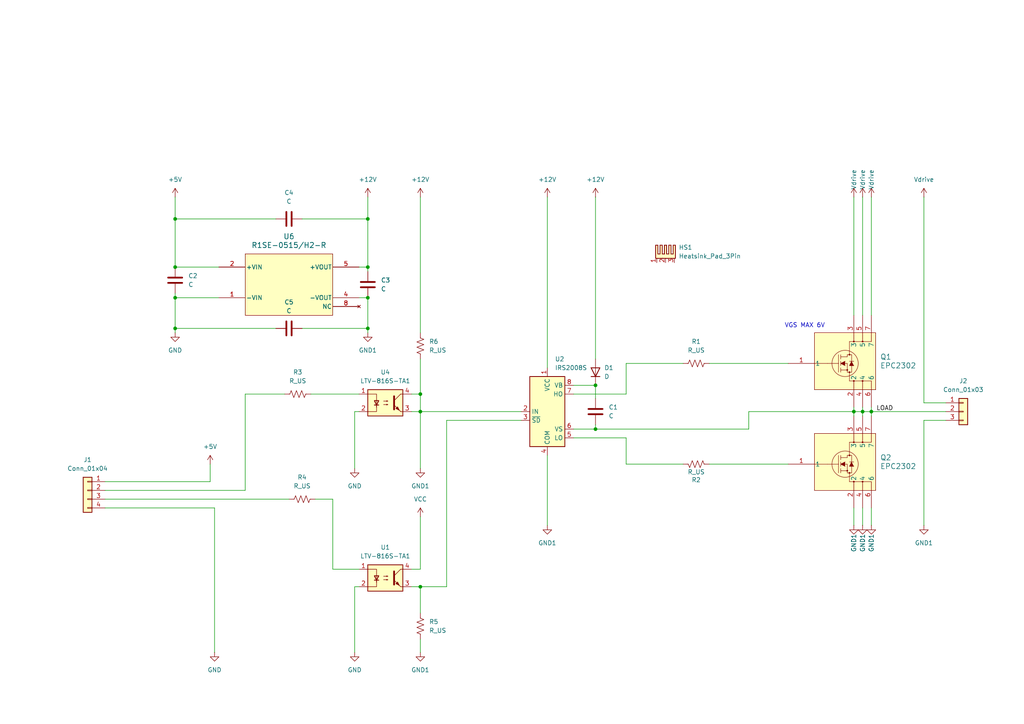
<source format=kicad_sch>
(kicad_sch (version 20231120) (generator "eeschema") (generator_version "8.0")
  (paper "A4")
  (lib_symbols
    (symbol "2024-12-30_01-22-42:EPC2302" (pin_names (offset 0.254))
      (property "Reference" "Q" (at -5.08 14.224 0))
      (property "Value" "EPC2302" (at -2.032 5.842 0))
      (symbol "EPC2302_0_1"
        (polyline (pts (xy 7.62 -3.81) (xy 11.43 -3.81)) (stroke (width 0.127)))
        (polyline (pts (xy 11.43 -3.81) (xy 14.605 -3.81)) (stroke (width 0.127)))
        (polyline (pts (xy 14.605 -6.35) (xy 14.605 -1.27)) (stroke (width 0.127)))
        (polyline (pts (xy 15.24 -6.35) (xy 15.24 -5.08)) (stroke (width 0.127)))
        (polyline (pts (xy 15.24 -5.715) (xy 17.145 -5.715)) (stroke (width 0.127)))
        (polyline (pts (xy 15.24 -4.445) (xy 15.24 -3.175)) (stroke (width 0.127)))
        (polyline (pts (xy 15.24 -2.54) (xy 15.24 -1.27)) (stroke (width 0.127)))
        (polyline (pts (xy 15.24 -1.905) (xy 17.145 -1.905)) (stroke (width 0.127)))
        (polyline (pts (xy 16.51 -3.81) (xy 17.145 -3.81)) (stroke (width 0.127)))
        (polyline (pts (xy 17.145 -6.35) (xy 17.145 -3.81)) (stroke (width 0.127)))
        (polyline (pts (xy 17.145 -6.35) (xy 18.415 -6.35)) (stroke (width 0.127)))
        (polyline (pts (xy 17.145 -1.905) (xy 17.145 -1.27)) (stroke (width 0.127)))
        (polyline (pts (xy 17.145 -1.27) (xy 18.415 -1.27)) (stroke (width 0.127)))
        (polyline (pts (xy 17.78 -8.89) (xy 17.78 -6.35)) (stroke (width 0.127)))
        (polyline (pts (xy 17.78 2.54) (xy 17.78 -1.27)) (stroke (width 0.127)))
        (polyline (pts (xy 18.415 -6.35) (xy 18.415 -4.445)) (stroke (width 0.127)))
        (polyline (pts (xy 18.415 -3.175) (xy 18.415 -1.27)) (stroke (width 0.127)))
        (polyline (pts (xy 19.05 -3.175) (xy 17.78 -3.175)) (stroke (width 0.127)))
        (polyline (pts (xy 22.86 0) (xy 22.86 0)) (stroke (width 0.127)))
        (polyline (pts (xy 24.13 -8.89) (xy 17.78 -8.89)) (stroke (width 0.127)))
        (polyline (pts (xy 24.13 2.54) (xy 17.78 2.54)) (stroke (width 0.127)))
        (polyline (pts (xy 16.51 -3.175) (xy 15.24 -3.81) (xy 16.51 -4.445)) (fill (type outline)))
        (polyline (pts (xy 19.05 -4.445) (xy 17.78 -4.445) (xy 18.415 -3.175)) (fill (type outline)))
        (circle (center 16.51 -3.81) (radius 3.81) (stroke (width 0.127)))
        (circle (center 17.145 -5.715) (radius 0.127) (stroke (width 0.254)))
        (circle (center 17.78 -6.35) (radius 0.127) (stroke (width 0.254)))
        (circle (center 17.78 -1.27) (radius 0.127) (stroke (width 0.254)))
        (circle (center 19.05 -8.89) (radius 0.127) (stroke (width 0.254)))
        (circle (center 19.05 2.54) (radius 0.127) (stroke (width 0.254)))
        (circle (center 21.59 -8.89) (radius 0.127) (stroke (width 0.254)))
        (circle (center 21.59 2.54) (radius 0.127) (stroke (width 0.254)))
        (pin unspecified line (at 0 -3.81 0) (length 7.62) (name "1") (number "1"))
        (pin unspecified line (at 19.05 -16.51 90) (length 7.62) (name "2") (number "2"))
        (pin unspecified line (at 19.05 10.16 270) (length 7.62) (name "3") (number "3"))
        (pin unspecified line (at 21.59 -16.51 90) (length 7.62) (name "4") (number "4"))
        (pin unspecified line (at 21.59 10.16 270) (length 7.62) (name "5") (number "5"))
        (pin unspecified line (at 24.13 -16.51 90) (length 7.62) (name "6") (number "6"))
        (pin unspecified line (at 24.13 10.16 270) (length 7.62) (name "7") (number "7"))
      )
      (symbol "EPC2302_1_1"
        (rectangle (start 7.62 5.08) (end 25.4 -11.43) (fill (type background)))
      )
    )
    (symbol "Connector_Generic:Conn_01x03" (pin_names (offset 1.016) hide)
      (property "Reference" "J" (at 0 5.08 0))
      (property "Value" "Conn_01x03" (at 0 -5.08 0))
      (symbol "Conn_01x03_1_1"
        (rectangle (start -1.27 -2.413) (end 0 -2.667) (stroke (width 0.1524)))
        (rectangle (start -1.27 0.127) (end 0 -0.127) (stroke (width 0.1524)))
        (rectangle (start -1.27 2.667) (end 0 2.413) (stroke (width 0.1524)))
        (rectangle (start -1.27 3.81) (end 1.27 -3.81) (stroke (width 0.254)) (fill (type background)))
        (pin passive line (at -5.08 2.54 0) (length 3.81) (name "Pin_1") (number "1"))
        (pin passive line (at -5.08 0 0) (length 3.81) (name "Pin_2") (number "2"))
        (pin passive line (at -5.08 -2.54 0) (length 3.81) (name "Pin_3") (number "3"))
      )
    )
    (symbol "Connector_Generic:Conn_01x04" (pin_names (offset 1.016) hide)
      (property "Reference" "J" (at 0 5.08 0))
      (property "Value" "Conn_01x04" (at 0 -7.62 0))
      (symbol "Conn_01x04_1_1"
        (rectangle (start -1.27 -4.953) (end 0 -5.207) (stroke (width 0.1524)))
        (rectangle (start -1.27 -2.413) (end 0 -2.667) (stroke (width 0.1524)))
        (rectangle (start -1.27 0.127) (end 0 -0.127) (stroke (width 0.1524)))
        (rectangle (start -1.27 2.667) (end 0 2.413) (stroke (width 0.1524)))
        (rectangle (start -1.27 3.81) (end 1.27 -6.35) (stroke (width 0.254)) (fill (type background)))
        (pin passive line (at -5.08 2.54 0) (length 3.81) (name "Pin_1") (number "1"))
        (pin passive line (at -5.08 0 0) (length 3.81) (name "Pin_2") (number "2"))
        (pin passive line (at -5.08 -2.54 0) (length 3.81) (name "Pin_3") (number "3"))
        (pin passive line (at -5.08 -5.08 0) (length 3.81) (name "Pin_4") (number "4"))
      )
    )
    (symbol "Device:C" (pin_numbers hide) (pin_names (offset 0.254))
      (property "Reference" "C" (at 0.635 2.54 0))
      (property "Value" "C" (at 0.635 -2.54 0))
      (symbol "C_0_1"
        (polyline (pts (xy -2.032 -0.762) (xy 2.032 -0.762)) (stroke (width 0.508)))
        (polyline (pts (xy -2.032 0.762) (xy 2.032 0.762)) (stroke (width 0.508)))
      )
      (symbol "C_1_1"
        (pin passive line (at 0 3.81 270) (length 2.794) (name "~") (number "1"))
        (pin passive line (at 0 -3.81 90) (length 2.794) (name "~") (number "2"))
      )
    )
    (symbol "Device:D" (pin_numbers hide) (pin_names (offset 1.016) hide)
      (property "Reference" "D" (at 0 2.54 0))
      (property "Value" "D" (at 0 -2.54 0))
      (symbol "D_0_1"
        (polyline (pts (xy -1.27 1.27) (xy -1.27 -1.27)) (stroke (width 0.254)))
        (polyline (pts (xy 1.27 0) (xy -1.27 0)))
        (polyline (pts (xy 1.27 1.27) (xy 1.27 -1.27) (xy -1.27 0) (xy 1.27 1.27)) (stroke (width 0.254)))
      )
      (symbol "D_1_1"
        (pin passive line (at -3.81 0 0) (length 2.54) (name "K") (number "1"))
        (pin passive line (at 3.81 0 180) (length 2.54) (name "A") (number "2"))
      )
    )
    (symbol "Device:R_US" (pin_numbers hide) (pin_names (offset 0))
      (property "Reference" "R" (at 2.54 0 90))
      (property "Value" "R_US" (at -2.54 0 90))
      (symbol "R_US_0_1"
        (polyline (pts (xy 0 -2.286) (xy 0 -2.54)))
        (polyline (pts (xy 0 2.286) (xy 0 2.54)))
        (polyline (pts (xy 0 -0.762) (xy 1.016 -1.143) (xy 0 -1.524) (xy -1.016 -1.905) (xy 0 -2.286)))
        (polyline (pts (xy 0 0.762) (xy 1.016 0.381) (xy 0 0) (xy -1.016 -0.381) (xy 0 -0.762)))
        (polyline (pts (xy 0 2.286) (xy 1.016 1.905) (xy 0 1.524) (xy -1.016 1.143) (xy 0 0.762)))
      )
      (symbol "R_US_1_1"
        (pin passive line (at 0 3.81 270) (length 1.27) (name "~") (number "1"))
        (pin passive line (at 0 -3.81 90) (length 1.27) (name "~") (number "2"))
      )
    )
    (symbol "Driver_FET:HCPL-314J" (pin_names hide)
      (property "Reference" "U" (at 0 12.7 0))
      (property "Value" "HCPL-314J" (at 0 10.16 0))
      (symbol "HCPL-314J_0_1"
        (rectangle (start -7.62 8.89) (end 7.62 -8.89) (stroke (width 0.254)) (fill (type background)))
        (polyline (pts (xy -5.715 -0.635) (xy -4.445 -0.635)) (stroke (width 0.254)))
        (polyline (pts (xy -0.635 0.635) (xy -1.905 0.635)) (stroke (width 0.254)))
        (polyline (pts (xy 3.048 -3.81) (xy 1.27 -3.81)))
        (polyline (pts (xy 3.048 3.81) (xy 1.27 3.81)))
        (polyline (pts (xy 3.175 -4.445) (xy 5.08 -6.35)))
        (polyline (pts (xy 3.175 4.445) (xy 5.08 6.35)))
        (polyline (pts (xy 5.08 -6.35) (xy 5.08 -7.62)))
        (polyline (pts (xy 5.08 -1.27) (xy 3.175 -3.175)) (fill (type outline)))
        (polyline (pts (xy 5.08 0) (xy 7.62 0)))
        (polyline (pts (xy 5.08 1.27) (xy 3.175 3.175)) (fill (type outline)))
        (polyline (pts (xy 5.08 6.35) (xy 5.08 7.62)))
        (polyline (pts (xy 7.62 7.62) (xy 0.635 7.62)))
        (polyline (pts (xy -1.27 -0.635) (xy -1.27 -2.54) (xy 0 -2.54)))
        (polyline (pts (xy -1.27 0.635) (xy -1.27 2.54) (xy 0 2.54)))
        (polyline (pts (xy 0.635 -6.35) (xy 0.635 -7.62) (xy 7.62 -7.62)))
        (polyline (pts (xy 3.175 -5.715) (xy 3.175 -1.905) (xy 3.175 -1.905)) (stroke (width 0.508)))
        (polyline (pts (xy 3.175 5.715) (xy 3.175 1.905) (xy 3.175 1.905)) (stroke (width 0.508)))
        (polyline (pts (xy -7.62 7.62) (xy -5.08 7.62) (xy -5.08 -7.62) (xy -7.62 -7.62)))
        (polyline (pts (xy -5.08 -0.635) (xy -5.715 0.635) (xy -4.445 0.635) (xy -5.08 -0.635)) (stroke (width 0.254)) (fill (type outline)))
        (polyline (pts (xy -1.27 0.635) (xy -0.635 -0.635) (xy -1.905 -0.635) (xy -1.27 0.635)) (stroke (width 0.254)) (fill (type outline)))
        (polyline (pts (xy -3.81 -0.508) (xy -2.54 -0.508) (xy -2.921 -0.635) (xy -2.921 -0.381) (xy -2.54 -0.508)))
        (polyline (pts (xy -3.81 0.508) (xy -2.54 0.508) (xy -2.921 0.381) (xy -2.921 0.635) (xy -2.54 0.508)))
        (polyline (pts (xy 1.27 6.35) (xy 1.27 -6.35) (xy 0 -6.35) (xy 0 6.35) (xy 1.27 6.35)))
        (polyline (pts (xy 3.683 2.159) (xy 4.191 2.667) (xy 4.699 1.651) (xy 3.683 2.159) (xy 3.683 2.159)) (fill (type outline)))
        (polyline (pts (xy 4.953 -1.905) (xy 4.445 -1.397) (xy 3.937 -2.413) (xy 4.953 -1.905) (xy 4.953 -1.905)) (fill (type outline)))
        (rectangle (start 0.635 6.35) (end 0.635 6.35))
        (rectangle (start 0.635 6.35) (end 0.635 7.62))
        (circle (center 5.08 -7.62) (radius 0.254) (fill (type outline)))
        (circle (center 5.08 0) (radius 0.254) (fill (type outline)))
        (rectangle (start 5.08 1.27) (end 5.08 -1.27))
        (circle (center 5.08 7.62) (radius 0.254) (fill (type outline)))
      )
      (symbol "HCPL-314J_1_1"
        (pin no_connect line (at -7.62 0 0) (length 2.54) hide (name "NC") (number "1"))
        (pin power_in line (at 10.16 -7.62 180) (length 2.54) (name "VEE") (number "14"))
        (pin output line (at 10.16 0 180) (length 2.54) (name "VO") (number "15"))
        (pin power_in line (at 10.16 7.62 180) (length 2.54) (name "VCC") (number "16"))
        (pin passive line (at -10.16 7.62 0) (length 2.54) (name "A") (number "2"))
        (pin passive line (at -10.16 -7.62 0) (length 2.54) (name "C") (number "3"))
      )
      (symbol "HCPL-314J_2_1"
        (pin output line (at 10.16 0 180) (length 2.54) (name "VO") (number "10"))
        (pin power_in line (at 10.16 7.62 180) (length 2.54) (name "VCC") (number "11"))
        (pin passive line (at -10.16 7.62 0) (length 2.54) (name "A") (number "6"))
        (pin passive line (at -10.16 -7.62 0) (length 2.54) (name "C") (number "7"))
        (pin no_connect line (at -7.62 0 0) (length 2.54) hide (name "NC") (number "8"))
        (pin power_in line (at 10.16 -7.62 180) (length 2.54) (name "VEE") (number "9"))
      )
    )
    (symbol "Driver_FET:IRS2008S"
      (property "Reference" "U" (at 1.27 13.335 0))
      (property "Value" "IRS2008S" (at 1.27 11.43 0))
      (symbol "IRS2008S_0_1"
        (rectangle (start -5.08 -10.16) (end 5.08 10.16) (stroke (width 0.254)) (fill (type background)))
      )
      (symbol "IRS2008S_1_1"
        (pin power_in line (at 0 12.7 270) (length 2.54) (name "VCC") (number "1"))
        (pin input line (at -7.62 0 0) (length 2.54) (name "IN") (number "2"))
        (pin input line (at -7.62 -2.54 0) (length 2.54) (name "~{SD}") (number "3"))
        (pin power_in line (at 0 -12.7 90) (length 2.54) (name "COM") (number "4"))
        (pin output line (at 7.62 -7.62 180) (length 2.54) (name "LO") (number "5"))
        (pin passive line (at 7.62 -5.08 180) (length 2.54) (name "VS") (number "6"))
        (pin output line (at 7.62 5.08 180) (length 2.54) (name "HO") (number "7"))
        (pin passive line (at 7.62 7.62 180) (length 2.54) (name "VB") (number "8"))
      )
    )
    (symbol "Isolator:SFH617A-1X007T" (pin_names (offset 1.016))
      (property "Reference" "U" (at -5.08 6.35 0))
      (property "Value" "SFH617A-1X007T" (at -5.08 -6.35 0))
      (symbol "SFH617A-1X007T_0_1"
        (rectangle (start -5.08 3.81) (end 5.08 -3.81) (stroke (width 0.254)) (fill (type background)))
        (polyline (pts (xy -3.175 -0.635) (xy -1.905 -0.635)) (stroke (width 0.254)))
        (polyline (pts (xy 2.54 0.635) (xy 4.445 2.54)))
        (polyline (pts (xy 4.445 -2.54) (xy 2.54 -0.635)) (fill (type outline)))
        (polyline (pts (xy 4.445 -2.54) (xy 5.08 -2.54)))
        (polyline (pts (xy 4.445 2.54) (xy 5.08 2.54)))
        (polyline (pts (xy -2.54 -0.635) (xy -2.54 -2.54) (xy -5.08 -2.54)))
        (polyline (pts (xy 2.54 1.905) (xy 2.54 -1.905) (xy 2.54 -1.905)) (stroke (width 0.508)))
        (polyline (pts (xy -5.08 2.54) (xy -2.54 2.54) (xy -2.54 -1.27) (xy -2.54 0.635)))
        (polyline (pts (xy -2.54 -0.635) (xy -3.175 0.635) (xy -1.905 0.635) (xy -2.54 -0.635)) (stroke (width 0.254)))
        (polyline (pts (xy -0.508 -0.508) (xy 0.762 -0.508) (xy 0.381 -0.635) (xy 0.381 -0.381) (xy 0.762 -0.508)))
        (polyline (pts (xy -0.508 0.508) (xy 0.762 0.508) (xy 0.381 0.381) (xy 0.381 0.635) (xy 0.762 0.508)))
        (polyline (pts (xy 3.048 -1.651) (xy 3.556 -1.143) (xy 4.064 -2.159) (xy 3.048 -1.651) (xy 3.048 -1.651)) (fill (type outline)))
      )
      (symbol "SFH617A-1X007T_1_1"
        (pin passive line (at -7.62 2.54 0) (length 2.54) (name "~") (number "1"))
        (pin passive line (at -7.62 -2.54 0) (length 2.54) (name "~") (number "2"))
        (pin passive line (at 7.62 -2.54 180) (length 2.54) (name "~") (number "3"))
        (pin passive line (at 7.62 2.54 180) (length 2.54) (name "~") (number "4"))
      )
    )
    (symbol "Mechanical:Heatsink_Pad_3Pin" (pin_names (offset 0)) (exclude_from_sim yes)
      (property "Reference" "HS" (at 0 5.715 0))
      (property "Value" "Heatsink_Pad_3Pin" (at 0 3.81 0))
      (symbol "Heatsink_Pad_3Pin_0_1"
        (polyline (pts (xy -0.3302 0) (xy -0.9652 0) (xy -0.9652 2.54) (xy -1.6002 2.54) (xy -1.6002 0) (xy -2.2352 0) (xy -2.2352 2.54) (xy -2.8702 2.54) (xy -2.8702 -1.27) (xy -0.9652 -1.27)) (stroke (width 0.254)) (fill (type background)))
        (polyline (pts (xy -0.3302 0) (xy -0.3302 2.54) (xy 0.3048 2.54) (xy 0.3048 0) (xy 0.9398 0) (xy 0.9398 2.54) (xy 1.5748 2.54) (xy 1.5748 0) (xy 2.2098 0) (xy 2.2098 2.54) (xy 2.8448 2.54) (xy 2.8448 -1.27) (xy -0.9652 -1.27)) (stroke (width 0.254)) (fill (type background)))
      )
      (symbol "Heatsink_Pad_3Pin_1_1"
        (pin passive line (at -2.54 -2.54 90) (length 1.27) (name "~") (number "1"))
        (pin passive line (at 0 -2.54 90) (length 1.27) (name "~") (number "2"))
        (pin passive line (at 2.54 -2.54 90) (length 1.27) (name "~") (number "3"))
      )
    )
    (symbol "R1SE-0515_H2-R:R1SE-0515_H2-R" (pin_names (offset 0.254))
      (property "Reference" "U" (at 20.32 10.16 0))
      (property "Value" "R1SE-0515/H2-R" (at 20.32 7.62 0))
      (symbol "R1SE-0515_H2-R_0_1"
        (pin power_in line (at 0 -12.7 0) (length 7.62) (name "-VIN") (number "1"))
        (pin power_in line (at 0 -3.81 0) (length 7.62) (name "+VIN") (number "2"))
        (pin output line (at 40.64 -12.7 180) (length 7.62) (name "-VOUT") (number "4"))
        (pin output line (at 40.64 -3.81 180) (length 7.62) (name "+VOUT") (number "5"))
        (pin no_connect line (at 40.64 -15.24 180) (length 7.62) (name "NC") (number "8"))
      )
      (symbol "R1SE-0515_H2-R_1_1"
        (rectangle (start 7.62 0) (end 33.02 -17.78) (fill (type background)))
      )
    )
    (symbol "power:+12V" (power) (pin_numbers hide) (pin_names (offset 0) hide)
      (property "Value" "+12V" (at 0 3.556 0))
      (symbol "+12V_0_1"
        (polyline (pts (xy -0.762 1.27) (xy 0 2.54)))
        (polyline (pts (xy 0 0) (xy 0 2.54)))
        (polyline (pts (xy 0 2.54) (xy 0.762 1.27)))
      )
      (symbol "+12V_1_1"
        (pin power_in line (at 0 0 90) (length 0) (name "~") (number "1"))
      )
    )
    (symbol "power:+5V" (power) (pin_numbers hide) (pin_names (offset 0) hide)
      (property "Value" "+5V" (at 0 3.556 0))
      (symbol "+5V_0_1"
        (polyline (pts (xy -0.762 1.27) (xy 0 2.54)))
        (polyline (pts (xy 0 0) (xy 0 2.54)))
        (polyline (pts (xy 0 2.54) (xy 0.762 1.27)))
      )
      (symbol "+5V_1_1"
        (pin power_in line (at 0 0 90) (length 0) (name "~") (number "1"))
      )
    )
    (symbol "power:GND" (power) (pin_numbers hide) (pin_names (offset 0) hide)
      (property "Value" "GND" (at 0 -3.81 0))
      (symbol "GND_0_1"
        (polyline (pts (xy 0 0) (xy 0 -1.27) (xy 1.27 -1.27) (xy 0 -2.54) (xy -1.27 -1.27) (xy 0 -1.27)))
      )
      (symbol "GND_1_1"
        (pin power_in line (at 0 0 270) (length 0) (name "~") (number "1"))
      )
    )
    (symbol "power:GND1" (power) (pin_numbers hide) (pin_names (offset 0) hide)
      (property "Value" "GND1" (at 0 -3.81 0))
      (symbol "GND1_0_1"
        (polyline (pts (xy 0 0) (xy 0 -1.27) (xy 1.27 -1.27) (xy 0 -2.54) (xy -1.27 -1.27) (xy 0 -1.27)))
      )
      (symbol "GND1_1_1"
        (pin power_in line (at 0 0 270) (length 0) (name "~") (number "1"))
      )
    )
    (symbol "power:VCC" (power) (pin_numbers hide) (pin_names (offset 0) hide)
      (property "Value" "VCC" (at 0 3.556 0))
      (symbol "VCC_0_1"
        (polyline (pts (xy -0.762 1.27) (xy 0 2.54)))
        (polyline (pts (xy 0 0) (xy 0 2.54)))
        (polyline (pts (xy 0 2.54) (xy 0.762 1.27)))
      )
      (symbol "VCC_1_1"
        (pin power_in line (at 0 0 90) (length 0) (name "~") (number "1"))
      )
    )
    (symbol "power:Vdrive" (power) (pin_numbers hide) (pin_names (offset 0) hide)
      (property "Value" "Vdrive" (at 0 3.556 0))
      (symbol "Vdrive_0_1"
        (polyline (pts (xy -0.762 1.27) (xy 0 2.54)))
        (polyline (pts (xy 0 0) (xy 0 2.54)))
        (polyline (pts (xy 0 2.54) (xy 0.762 1.27)))
      )
      (symbol "Vdrive_1_1"
        (pin power_in line (at 0 0 90) (length 0) (name "~") (number "1"))
      )
    )
  )
  (junction (at 172.72 124.46))
  (junction (at 250.19 119.38))
  (junction (at 121.92 170.18))
  (junction (at 172.72 111.76))
  (junction (at 121.92 114.3))
  (junction (at 106.68 63.5))
  (junction (at 50.8 95.25))
  (junction (at 247.65 119.38))
  (junction (at 106.68 95.25))
  (junction (at 106.68 77.47))
  (junction (at 106.68 86.36))
  (junction (at 50.8 86.36))
  (junction (at 252.73 119.38))
  (junction (at 50.8 63.5))
  (junction (at 50.8 77.47))
  (junction (at 121.92 119.38))
  (wire (pts (xy 250.19 57.15) (xy 250.19 91.44)))
  (wire (pts (xy 71.12 142.24) (xy 71.12 114.3)))
  (wire (pts (xy 104.14 165.1) (xy 96.52 165.1)))
  (wire (pts (xy 121.92 185.42) (xy 121.92 189.23)))
  (wire (pts (xy 50.8 77.47) (xy 63.5 77.47)))
  (wire (pts (xy 205.74 134.62) (xy 228.6 134.62)))
  (wire (pts (xy 104.14 77.47) (xy 106.68 77.47)))
  (wire (pts (xy 166.37 127) (xy 181.61 127)))
  (wire (pts (xy 50.8 86.36) (xy 63.5 86.36)))
  (wire (pts (xy 247.65 119.38) (xy 247.65 118.11)))
  (wire (pts (xy 267.97 116.84) (xy 274.32 116.84)))
  (wire (pts (xy 274.32 121.92) (xy 267.97 121.92)))
  (wire (pts (xy 62.23 147.32) (xy 30.48 147.32)))
  (wire (pts (xy 252.73 119.38) (xy 252.73 120.65)))
  (wire (pts (xy 166.37 114.3) (xy 181.61 114.3)))
  (wire (pts (xy 129.54 121.92) (xy 129.54 170.18)))
  (wire (pts (xy 50.8 96.52) (xy 50.8 95.25)))
  (wire (pts (xy 62.23 189.23) (xy 62.23 147.32)))
  (wire (pts (xy 252.73 119.38) (xy 274.32 119.38)))
  (wire (pts (xy 181.61 114.3) (xy 181.61 105.41)))
  (wire (pts (xy 30.48 139.7) (xy 60.96 139.7)))
  (wire (pts (xy 247.65 57.15) (xy 247.65 91.44)))
  (wire (pts (xy 158.75 152.4) (xy 158.75 132.08)))
  (wire (pts (xy 172.72 124.46) (xy 217.17 124.46)))
  (wire (pts (xy 102.87 135.89) (xy 102.87 119.38)))
  (wire (pts (xy 250.19 119.38) (xy 252.73 119.38)))
  (wire (pts (xy 181.61 134.62) (xy 198.12 134.62)))
  (wire (pts (xy 96.52 165.1) (xy 96.52 144.78)))
  (wire (pts (xy 250.19 147.32) (xy 250.19 152.4)))
  (wire (pts (xy 181.61 134.62) (xy 181.61 127)))
  (wire (pts (xy 217.17 119.38) (xy 247.65 119.38)))
  (wire (pts (xy 205.74 105.41) (xy 228.6 105.41)))
  (wire (pts (xy 50.8 95.25) (xy 80.01 95.25)))
  (wire (pts (xy 217.17 119.38) (xy 217.17 124.46)))
  (wire (pts (xy 87.63 63.5) (xy 106.68 63.5)))
  (wire (pts (xy 121.92 170.18) (xy 121.92 177.8)))
  (wire (pts (xy 106.68 86.36) (xy 104.14 86.36)))
  (wire (pts (xy 121.92 135.89) (xy 121.92 119.38)))
  (wire (pts (xy 102.87 170.18) (xy 104.14 170.18)))
  (wire (pts (xy 30.48 142.24) (xy 71.12 142.24)))
  (wire (pts (xy 121.92 119.38) (xy 151.13 119.38)))
  (wire (pts (xy 106.68 63.5) (xy 106.68 77.47)))
  (wire (pts (xy 71.12 114.3) (xy 82.55 114.3)))
  (wire (pts (xy 50.8 85.09) (xy 50.8 86.36)))
  (wire (pts (xy 121.92 149.86) (xy 121.92 165.1)))
  (wire (pts (xy 121.92 104.14) (xy 121.92 114.3)))
  (wire (pts (xy 106.68 78.74) (xy 106.68 77.47)))
  (wire (pts (xy 87.63 95.25) (xy 106.68 95.25)))
  (wire (pts (xy 50.8 57.15) (xy 50.8 63.5)))
  (wire (pts (xy 102.87 189.23) (xy 102.87 170.18)))
  (wire (pts (xy 80.01 63.5) (xy 50.8 63.5)))
  (wire (pts (xy 267.97 57.15) (xy 267.97 116.84)))
  (wire (pts (xy 50.8 86.36) (xy 50.8 95.25)))
  (wire (pts (xy 119.38 165.1) (xy 121.92 165.1)))
  (wire (pts (xy 60.96 139.7) (xy 60.96 134.62)))
  (wire (pts (xy 106.68 96.52) (xy 106.68 95.25)))
  (wire (pts (xy 247.65 119.38) (xy 250.19 119.38)))
  (wire (pts (xy 252.73 147.32) (xy 252.73 152.4)))
  (wire (pts (xy 102.87 119.38) (xy 104.14 119.38)))
  (wire (pts (xy 119.38 114.3) (xy 121.92 114.3)))
  (wire (pts (xy 121.92 119.38) (xy 121.92 114.3)))
  (wire (pts (xy 121.92 57.15) (xy 121.92 96.52)))
  (wire (pts (xy 172.72 124.46) (xy 172.72 123.19)))
  (wire (pts (xy 106.68 95.25) (xy 106.68 86.36)))
  (wire (pts (xy 172.72 57.15) (xy 172.72 104.14)))
  (wire (pts (xy 250.19 118.11) (xy 250.19 119.38)))
  (wire (pts (xy 129.54 170.18) (xy 121.92 170.18)))
  (wire (pts (xy 158.75 57.15) (xy 158.75 106.68)))
  (wire (pts (xy 172.72 111.76) (xy 166.37 111.76)))
  (wire (pts (xy 250.19 119.38) (xy 250.19 120.65)))
  (wire (pts (xy 106.68 57.15) (xy 106.68 63.5)))
  (wire (pts (xy 267.97 121.92) (xy 267.97 152.4)))
  (wire (pts (xy 252.73 118.11) (xy 252.73 119.38)))
  (wire (pts (xy 252.73 57.15) (xy 252.73 91.44)))
  (wire (pts (xy 172.72 115.57) (xy 172.72 111.76)))
  (wire (pts (xy 181.61 105.41) (xy 198.12 105.41)))
  (wire (pts (xy 96.52 144.78) (xy 91.44 144.78)))
  (wire (pts (xy 30.48 144.78) (xy 83.82 144.78)))
  (wire (pts (xy 121.92 119.38) (xy 119.38 119.38)))
  (wire (pts (xy 247.65 119.38) (xy 247.65 120.65)))
  (wire (pts (xy 90.17 114.3) (xy 104.14 114.3)))
  (wire (pts (xy 121.92 170.18) (xy 119.38 170.18)))
  (wire (pts (xy 247.65 147.32) (xy 247.65 152.4)))
  (wire (pts (xy 50.8 63.5) (xy 50.8 77.47)))
  (wire (pts (xy 129.54 121.92) (xy 151.13 121.92)))
  (wire (pts (xy 172.72 124.46) (xy 166.37 124.46)))
  (text "VGS MAX 6V\n" (at 233.426 94.488 0) (effects (font (size 1.27 1.27))))
  (label "LOAD" (at 259.08 119.38 180))
  (symbol (lib_id "power:GND1") (at 247.65 152.4 0) (mirror y) (unit 1)
    (property "Reference" "#PWR021" (effects (hide yes)))
    (property "Value" "GND1" (at 247.65 157.48 90))
    (property "Description" "Power symbol creates a global label with name \"GND1\" , ground" (effects (hide yes)))
  )
  (symbol (lib_id "2024-12-30_01-22-42:EPC2302") (at 228.6 101.6 0) (unit 1)
    (property "Reference" "Q1" (at 255.27 103.5049 0) (effects (font (size 1.524 1.524)) (justify left)))
    (property "Value" "EPC2302" (at 255.27 106.0449 0) (effects (font (size 1.524 1.524)) (justify left)))
    (property "Footprint" "footprints:EPC2302ENGRT_ECC" (effects (hide yes)))
    (property "Datasheet" "EPC2302" (effects (hide yes)))
  )
  (symbol (lib_id "R1SE-0515_H2-R:R1SE-0515_H2-R") (at 63.5 73.66 0) (unit 1)
    (property "Reference" "U6" (at 83.82 68.58 0) (effects (font (size 1.524 1.524))))
    (property "Value" "R1SE-0515/H2-R" (at 83.82 71.12 0) (effects (font (size 1.524 1.524))))
    (property "Footprint" "footprints:SMD5_12.75X10.7X6.7_SINGLE_RCP-M" (effects (hide yes)))
    (property "Datasheet" "R1SE-0515/H2-R" (effects (hide yes)))
  )
  (symbol (lib_id "power:GND1") (at 158.75 152.4 0) (unit 1)
    (property "Reference" "#PWR06" (effects (hide yes)))
    (property "Value" "GND1" (at 158.75 157.48 0))
    (property "Description" "Power symbol creates a global label with name \"GND1\" , ground" (effects (hide yes)))
  )
  (symbol (lib_id "power:+12V") (at 106.68 57.15 0) (unit 1)
    (property "Reference" "#PWR016" (effects (hide yes)))
    (property "Value" "+12V" (at 106.68 52.07 0))
    (property "Description" "Power symbol creates a global label with name \"+12V\"" (effects (hide yes)))
  )
  (symbol (lib_id "power:GND") (at 50.8 96.52 0) (unit 1)
    (property "Reference" "#PWR015" (effects (hide yes)))
    (property "Value" "GND" (at 50.8 101.6 0))
    (property "Description" "Power symbol creates a global label with name \"GND\" , ground" (effects (hide yes)))
  )
  (symbol (lib_id "power:Vdrive") (at 250.19 57.15 0) (unit 1)
    (property "Reference" "#PWR08" (effects (hide yes)))
    (property "Value" "Vdrive" (at 250.19 52.07 90))
    (property "Description" "Power symbol creates a global label with name \"Vdrive\"" (effects (hide yes)))
  )
  (symbol (lib_id "power:+5V") (at 50.8 57.15 0) (unit 1)
    (property "Reference" "#PWR018" (effects (hide yes)))
    (property "Value" "+5V" (at 50.8 52.07 0))
    (property "Description" "Power symbol creates a global label with name \"+5V\"" (effects (hide yes)))
  )
  (symbol (lib_id "power:GND1") (at 250.19 152.4 0) (mirror y) (unit 1)
    (property "Reference" "#PWR022" (effects (hide yes)))
    (property "Value" "GND1" (at 250.19 157.48 90))
    (property "Description" "Power symbol creates a global label with name \"GND1\" , ground" (effects (hide yes)))
  )
  (symbol (lib_id "power:GND1") (at 267.97 152.4 0) (mirror y) (unit 1)
    (property "Reference" "#PWR014" (effects (hide yes)))
    (property "Value" "GND1" (at 267.97 157.48 0))
    (property "Description" "Power symbol creates a global label with name \"GND1\" , ground" (effects (hide yes)))
  )
  (symbol (lib_id "power:GND") (at 62.23 189.23 0) (unit 1)
    (property "Reference" "#PWR012" (effects (hide yes)))
    (property "Value" "GND" (at 62.23 194.31 0))
    (property "Description" "Power symbol creates a global label with name \"GND\" , ground" (effects (hide yes)))
  )
  (symbol (lib_id "power:Vdrive") (at 252.73 57.15 0) (unit 1)
    (property "Reference" "#PWR020" (effects (hide yes)))
    (property "Value" "Vdrive" (at 252.73 52.07 90))
    (property "Description" "Power symbol creates a global label with name \"Vdrive\"" (effects (hide yes)))
  )
  (symbol (lib_id "power:GND1") (at 121.92 189.23 0) (unit 1)
    (property "Reference" "#PWR04" (effects (hide yes)))
    (property "Value" "GND1" (at 121.92 194.31 0))
    (property "Description" "Power symbol creates a global label with name \"GND1\" , ground" (effects (hide yes)))
  )
  (symbol (lib_id "Device:C") (at 172.72 119.38 0) (unit 1)
    (property "Reference" "C1" (at 176.53 118.1099 0) (effects (justify left)))
    (property "Value" "C" (at 176.53 120.6499 0) (effects (justify left)))
    (property "Description" "Unpolarized capacitor" (effects (hide yes)))
  )
  (symbol (lib_id "power:+12V") (at 158.75 57.15 0) (unit 1)
    (property "Reference" "#PWR03" (effects (hide yes)))
    (property "Value" "+12V" (at 158.75 52.07 0))
    (property "Description" "Power symbol creates a global label with name \"+12V\"" (effects (hide yes)))
  )
  (symbol (lib_id "Device:C") (at 106.68 82.55 0) (unit 1)
    (property "Reference" "C3" (at 110.49 81.2799 0) (effects (justify left)))
    (property "Value" "C" (at 110.49 83.8199 0) (effects (justify left)))
    (property "Description" "Unpolarized capacitor" (effects (hide yes)))
  )
  (symbol (lib_id "Device:C") (at 50.8 81.28 0) (unit 1)
    (property "Reference" "C2" (at 54.61 80.0099 0) (effects (justify left)))
    (property "Value" "C" (at 54.61 82.5499 0) (effects (justify left)))
    (property "Description" "Unpolarized capacitor" (effects (hide yes)))
  )
  (symbol (lib_id "power:+12V") (at 121.92 57.15 0) (unit 1)
    (property "Reference" "#PWR011" (effects (hide yes)))
    (property "Value" "+12V" (at 121.92 52.07 0))
    (property "Description" "Power symbol creates a global label with name \"+12V\"" (effects (hide yes)))
  )
  (symbol (lib_id "power:GND") (at 102.87 189.23 0) (unit 1)
    (property "Reference" "#PWR09" (effects (hide yes)))
    (property "Value" "GND" (at 102.87 194.31 0))
    (property "Description" "Power symbol creates a global label with name \"GND\" , ground" (effects (hide yes)))
  )
  (symbol (lib_id "Device:R_US") (at 86.36 114.3 90) (unit 1)
    (property "Reference" "R3" (at 86.36 107.95 90))
    (property "Value" "R_US" (at 86.36 110.49 90))
    (property "Description" "Resistor, US symbol" (effects (hide yes)))
  )
  (symbol (lib_id "Connector_Generic:Conn_01x03") (at 279.4 119.38 0) (unit 1)
    (property "Reference" "J2" (at 279.4 110.49 0))
    (property "Value" "Conn_01x03" (at 279.4 113.03 0))
    (property "Description" "Generic connector, single row, 01x03, script generated (kicad-library-utils/schlib/autogen/connector/)" (effects (hide yes)))
  )
  (symbol (lib_id "power:VCC") (at 121.92 149.86 0) (unit 1)
    (property "Reference" "#PWR05" (effects (hide yes)))
    (property "Value" "VCC" (at 121.92 144.78 0))
    (property "Description" "Power symbol creates a global label with name \"VCC\"" (effects (hide yes)))
  )
  (symbol (lib_id "Device:D") (at 172.72 107.95 90) (unit 1)
    (property "Reference" "D1" (at 175.26 106.6799 90) (effects (justify right)))
    (property "Value" "D" (at 175.26 109.2199 90) (effects (justify right)))
    (property "Description" "Diode" (effects (hide yes)))
    (property "Sim.Device" "D" (effects (hide yes)))
    (property "Sim.Pins" "1=K 2=A" (effects (hide yes)))
  )
  (symbol (lib_id "Isolator:SFH617A-1X007T") (at 111.76 116.84 0) (unit 1)
    (property "Reference" "U4" (at 111.76 107.95 0))
    (property "Value" "LTV-816S-TA1" (at 111.76 110.49 0))
    (property "Footprint" "Package_DIP:SMDIP-4_W9.53mm_Clearance8mm" (effects (hide yes)))
    (property "Datasheet" "http://www.vishay.com/docs/83740/sfh617a.pdf" (effects (hide yes)))
    (property "Description" "Optocoupler, Phototransistor Output, 5300 VRMS, VCEO 70V, CTR% 40-80, -55 to +110 degree Celsius, UL, BSI, FIMKO, cUL, 8mm clearence SMD PDIP-4" (effects (hide yes)))
  )
  (symbol (lib_id "Device:R_US") (at 121.92 181.61 180) (unit 1)
    (property "Reference" "R5" (at 124.46 180.3399 0) (effects (justify right)))
    (property "Value" "R_US" (at 124.46 182.8799 0) (effects (justify right)))
    (property "Description" "Resistor, US symbol" (effects (hide yes)))
  )
  (symbol (lib_id "Device:R_US") (at 201.93 134.62 90) (mirror x) (unit 1)
    (property "Reference" "R2" (at 201.93 139.192 90))
    (property "Value" "R_US" (at 201.93 136.906 90))
    (property "Description" "Resistor, US symbol" (effects (hide yes)))
  )
  (symbol (lib_id "Device:R_US") (at 201.93 105.41 90) (unit 1)
    (property "Reference" "R1" (at 201.93 99.06 90))
    (property "Value" "R_US" (at 201.93 101.6 90))
    (property "Description" "Resistor, US symbol" (effects (hide yes)))
  )
  (symbol (lib_id "Device:C") (at 83.82 63.5 90) (unit 1)
    (property "Reference" "C4" (at 83.82 55.88 90))
    (property "Value" "C" (at 83.82 58.42 90))
    (property "Description" "Unpolarized capacitor" (effects (hide yes)))
  )
  (symbol (lib_id "power:Vdrive") (at 247.65 57.15 0) (unit 1)
    (property "Reference" "#PWR01" (effects (hide yes)))
    (property "Value" "Vdrive" (at 247.65 52.07 90))
    (property "Description" "Power symbol creates a global label with name \"Vdrive\"" (effects (hide yes)))
  )
  (symbol (lib_id "Device:R_US") (at 87.63 144.78 90) (unit 1)
    (property "Reference" "R4" (at 87.63 138.43 90))
    (property "Value" "R_US" (at 87.63 140.97 90))
    (property "Description" "Resistor, US symbol" (effects (hide yes)))
  )
  (symbol (lib_id "Driver_FET:HCPL-314J") (at 151.13 303.53 0) (unit 2)
    (property "Reference" "U3" (at 151.13 289.56 0))
    (property "Value" "HCPL-314J" (at 151.13 292.1 0))
    (property "Footprint" "Package_SO:SOIC-16W-12_7.5x10.3mm_P1.27mm" (effects (hide yes)))
    (property "Datasheet" "https://docs.broadcom.com/docs/AV02-0169EN" (effects (hide yes)))
    (property "Description" "Gate Drive Optocoupler, Output Current 0.4/0.4A, SOIC-16(12)" (effects (hide yes)))
  )
  (symbol (lib_id "Device:C") (at 83.82 95.25 90) (unit 1)
    (property "Reference" "C5" (at 83.82 87.63 90))
    (property "Value" "C" (at 83.82 90.17 90))
    (property "Description" "Unpolarized capacitor" (effects (hide yes)))
  )
  (symbol (lib_id "2024-12-30_01-22-42:EPC2302") (at 228.6 130.81 0) (unit 1)
    (property "Reference" "Q2" (at 255.27 132.7149 0) (effects (font (size 1.524 1.524)) (justify left)))
    (property "Value" "EPC2302" (at 255.27 135.2549 0) (effects (font (size 1.524 1.524)) (justify left)))
    (property "Footprint" "footprints:EPC2302ENGRT_ECC" (effects (hide yes)))
    (property "Datasheet" "EPC2302" (effects (hide yes)))
  )
  (symbol (lib_id "power:+12V") (at 172.72 57.15 0) (unit 1)
    (property "Reference" "#PWR07" (effects (hide yes)))
    (property "Value" "+12V" (at 172.72 52.07 0))
    (property "Description" "Power symbol creates a global label with name \"+12V\"" (effects (hide yes)))
  )
  (symbol (lib_id "Isolator:SFH617A-1X007T") (at 111.76 167.64 0) (unit 1)
    (property "Reference" "U1" (at 111.76 158.75 0))
    (property "Value" "LTV-816S-TA1" (at 111.76 161.29 0))
    (property "Footprint" "Package_DIP:SMDIP-4_W9.53mm_Clearance8mm" (effects (hide yes)))
    (property "Datasheet" "http://www.vishay.com/docs/83740/sfh617a.pdf" (effects (hide yes)))
    (property "Description" "Optocoupler, Phototransistor Output, 5300 VRMS, VCEO 70V, CTR% 40-80, -55 to +110 degree Celsius, UL, BSI, FIMKO, cUL, 8mm clearence SMD PDIP-4" (effects (hide yes)))
  )
  (symbol (lib_id "power:Vdrive") (at 267.97 57.15 0) (mirror y) (unit 1)
    (property "Reference" "#PWR013" (effects (hide yes)))
    (property "Value" "Vdrive" (at 267.97 52.07 0))
    (property "Description" "Power symbol creates a global label with name \"Vdrive\"" (effects (hide yes)))
  )
  (symbol (lib_id "Driver_FET:HCPL-314J") (at 151.13 279.4 0) (unit 1)
    (property "Reference" "U3" (at 151.13 265.43 0))
    (property "Value" "HCPL-314J" (at 151.13 267.97 0))
    (property "Footprint" "Package_SO:SOIC-16W-12_7.5x10.3mm_P1.27mm" (effects (hide yes)))
    (property "Datasheet" "https://docs.broadcom.com/docs/AV02-0169EN" (effects (hide yes)))
    (property "Description" "Gate Drive Optocoupler, Output Current 0.4/0.4A, SOIC-16(12)" (effects (hide yes)))
  )
  (symbol (lib_id "power:GND1") (at 121.92 135.89 0) (unit 1)
    (property "Reference" "#PWR02" (effects (hide yes)))
    (property "Value" "GND1" (at 121.92 140.97 0))
    (property "Description" "Power symbol creates a global label with name \"GND1\" , ground" (effects (hide yes)))
  )
  (symbol (lib_id "power:GND") (at 102.87 135.89 0) (unit 1)
    (property "Reference" "#PWR010" (effects (hide yes)))
    (property "Value" "GND" (at 102.87 140.97 0))
    (property "Description" "Power symbol creates a global label with name \"GND\" , ground" (effects (hide yes)))
  )
  (symbol (lib_id "Connector_Generic:Conn_01x04") (at 25.4 142.24 0) (mirror y) (unit 1)
    (property "Reference" "J1" (at 25.4 133.35 0))
    (property "Value" "Conn_01x04" (at 25.4 135.89 0))
    (property "Description" "Generic connector, single row, 01x04, script generated (kicad-library-utils/schlib/autogen/connector/)" (effects (hide yes)))
  )
  (symbol (lib_id "Mechanical:Heatsink_Pad_3Pin") (at 193.04 73.66 0) (unit 1) (exclude_from_sim yes)
    (property "Reference" "HS1" (at 196.85 71.7549 0) (effects (justify left)))
    (property "Value" "Heatsink_Pad_3Pin" (at 196.85 74.2949 0) (effects (justify left)))
    (property "Description" "Heatsink with electrical connection, 3 pin" (effects (hide yes)))
  )
  (symbol (lib_id "power:GND1") (at 106.68 96.52 0) (unit 1)
    (property "Reference" "#PWR017" (effects (hide yes)))
    (property "Value" "GND1" (at 106.68 101.6 0))
    (property "Description" "Power symbol creates a global label with name \"GND1\" , ground" (effects (hide yes)))
  )
  (symbol (lib_id "power:GND1") (at 252.73 152.4 0) (mirror y) (unit 1)
    (property "Reference" "#PWR023" (effects (hide yes)))
    (property "Value" "GND1" (at 252.73 157.48 90))
    (property "Description" "Power symbol creates a global label with name \"GND1\" , ground" (effects (hide yes)))
  )
  (symbol (lib_id "power:+5V") (at 60.96 134.62 0) (unit 1)
    (property "Reference" "#PWR019" (effects (hide yes)))
    (property "Value" "+5V" (at 60.96 129.54 0))
    (property "Description" "Power symbol creates a global label with name \"+5V\"" (effects (hide yes)))
  )
  (symbol (lib_id "Device:R_US") (at 121.92 100.33 180) (unit 1)
    (property "Reference" "R6" (at 124.46 99.0599 0) (effects (justify right)))
    (property "Value" "R_US" (at 124.46 101.5999 0) (effects (justify right)))
    (property "Description" "Resistor, US symbol" (effects (hide yes)))
  )
  (symbol (lib_id "Driver_FET:IRS2008S") (at 158.75 119.38 0) (unit 1)
    (property "Reference" "U2" (at 160.9441 104.14 0) (effects (justify left)))
    (property "Value" "IRS2008S" (at 160.9441 106.68 0) (effects (justify left)))
    (property "Footprint" "Package_SO:SOIC-8_3.9x4.9mm_P1.27mm" (effects (hide yes)))
    (property "Datasheet" "https://www.infineon.com/dgdl/Infineon-IRS2008S-DS-v01_00-EN.pdf?fileId=5546d46259d9a4bf015a3e76b6361c1a" (effects (hide yes)))
    (property "Description" "200-V Half-Bridge Driver With Shutdown Input, 200V, 290/600mA, SOIC-8" (effects (hide yes)))
  )
)
</source>
